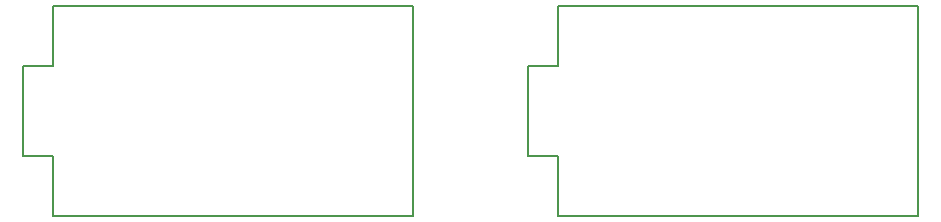
<source format=gbr>
G04 #@! TF.GenerationSoftware,KiCad,Pcbnew,(5.1.4-0-10_14)*
G04 #@! TF.CreationDate,2020-04-09T16:23:12-05:00*
G04 #@! TF.ProjectId,WIRELESS_MIDI_PANELIZED,57495245-4c45-4535-935f-4d4944495f50,rev?*
G04 #@! TF.SameCoordinates,Original*
G04 #@! TF.FileFunction,Legend,Bot*
G04 #@! TF.FilePolarity,Positive*
%FSLAX46Y46*%
G04 Gerber Fmt 4.6, Leading zero omitted, Abs format (unit mm)*
G04 Created by KiCad (PCBNEW (5.1.4-0-10_14)) date 2020-04-09 16:23:12*
%MOMM*%
%LPD*%
G04 APERTURE LIST*
%ADD10C,0.150000*%
G04 APERTURE END LIST*
D10*
X100330000Y-103657400D02*
X130810000Y-103657400D01*
X100330000Y-108737400D02*
X100330000Y-103657400D01*
X97790000Y-108737400D02*
X100330000Y-108737400D01*
X97790000Y-116357400D02*
X97790000Y-108737400D01*
X100330000Y-116357400D02*
X97790000Y-116357400D01*
X100330000Y-121437400D02*
X100330000Y-116357400D01*
X130810000Y-121437400D02*
X100330000Y-121437400D01*
X130810000Y-103657400D02*
X130810000Y-121437400D01*
X143052800Y-103657400D02*
X173532800Y-103657400D01*
X143052800Y-108737400D02*
X143052800Y-103657400D01*
X140512800Y-108737400D02*
X143052800Y-108737400D01*
X140512800Y-116357400D02*
X140512800Y-108737400D01*
X143052800Y-116357400D02*
X140512800Y-116357400D01*
X143052800Y-121437400D02*
X143052800Y-116357400D01*
X173532800Y-121437400D02*
X143052800Y-121437400D01*
X173532800Y-103657400D02*
X173532800Y-121437400D01*
M02*

</source>
